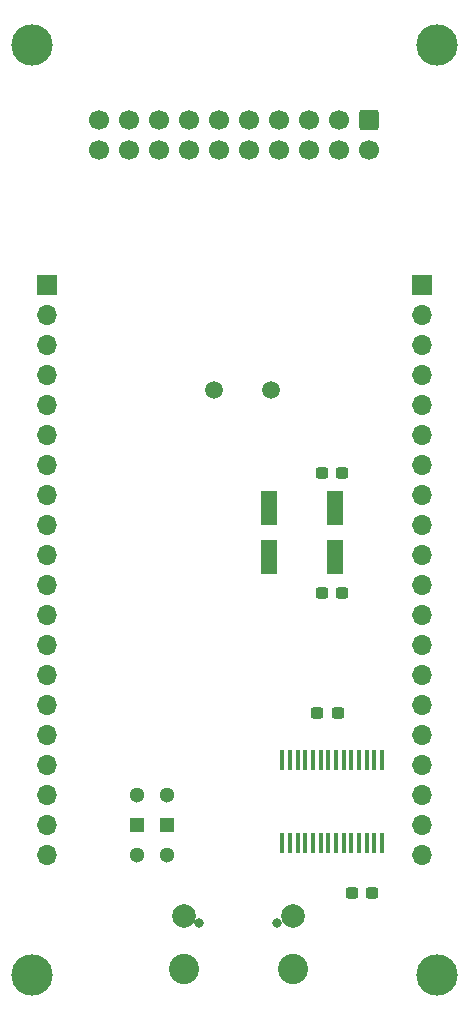
<source format=gbr>
%TF.GenerationSoftware,KiCad,Pcbnew,7.0.9*%
%TF.CreationDate,2023-12-16T19:18:52+09:00*%
%TF.ProjectId,STM32F405_dev_board,53544d33-3246-4343-9035-5f6465765f62,1.0.0*%
%TF.SameCoordinates,Original*%
%TF.FileFunction,Soldermask,Bot*%
%TF.FilePolarity,Negative*%
%FSLAX46Y46*%
G04 Gerber Fmt 4.6, Leading zero omitted, Abs format (unit mm)*
G04 Created by KiCad (PCBNEW 7.0.9) date 2023-12-16 19:18:52*
%MOMM*%
%LPD*%
G01*
G04 APERTURE LIST*
G04 Aperture macros list*
%AMRoundRect*
0 Rectangle with rounded corners*
0 $1 Rounding radius*
0 $2 $3 $4 $5 $6 $7 $8 $9 X,Y pos of 4 corners*
0 Add a 4 corners polygon primitive as box body*
4,1,4,$2,$3,$4,$5,$6,$7,$8,$9,$2,$3,0*
0 Add four circle primitives for the rounded corners*
1,1,$1+$1,$2,$3*
1,1,$1+$1,$4,$5*
1,1,$1+$1,$6,$7*
1,1,$1+$1,$8,$9*
0 Add four rect primitives between the rounded corners*
20,1,$1+$1,$2,$3,$4,$5,0*
20,1,$1+$1,$4,$5,$6,$7,0*
20,1,$1+$1,$6,$7,$8,$9,0*
20,1,$1+$1,$8,$9,$2,$3,0*%
G04 Aperture macros list end*
%ADD10R,1.300000X1.300000*%
%ADD11C,1.300000*%
%ADD12C,3.500000*%
%ADD13C,0.800000*%
%ADD14C,2.000000*%
%ADD15C,2.565000*%
%ADD16RoundRect,0.250000X-0.600000X0.600000X-0.600000X-0.600000X0.600000X-0.600000X0.600000X0.600000X0*%
%ADD17C,1.700000*%
%ADD18R,1.700000X1.700000*%
%ADD19O,1.700000X1.700000*%
%ADD20C,1.500000*%
%ADD21R,0.450000X1.725000*%
%ADD22RoundRect,0.237500X0.300000X0.237500X-0.300000X0.237500X-0.300000X-0.237500X0.300000X-0.237500X0*%
%ADD23RoundRect,0.237500X-0.300000X-0.237500X0.300000X-0.237500X0.300000X0.237500X-0.300000X0.237500X0*%
%ADD24R,1.430000X2.850000*%
G04 APERTURE END LIST*
D10*
%TO.C,S2*%
X137160000Y-126365000D03*
D11*
X137160000Y-128905000D03*
X137160000Y-123825000D03*
%TD*%
D12*
%TO.C,REF\u002A\u002A*%
X162560000Y-60270000D03*
%TD*%
D13*
%TO.C,J6*%
X142458000Y-134617000D03*
X149058000Y-134617000D03*
D14*
X141148000Y-134057000D03*
X150368000Y-134057000D03*
D15*
X141148000Y-138557000D03*
X150368000Y-138557000D03*
%TD*%
D12*
%TO.C,REF\u002A\u002A*%
X128285913Y-139053348D03*
%TD*%
%TO.C,REF\u002A\u002A*%
X128270000Y-60270000D03*
%TD*%
D16*
%TO.C,J1*%
X156845000Y-66675000D03*
D17*
X156845000Y-69215000D03*
X154305000Y-66675000D03*
X154305000Y-69215000D03*
X151765000Y-66675000D03*
X151765000Y-69215000D03*
X149225000Y-66675000D03*
X149225000Y-69215000D03*
X146685000Y-66675000D03*
X146685000Y-69215000D03*
X144145000Y-66675000D03*
X144145000Y-69215000D03*
X141605000Y-66675000D03*
X141605000Y-69215000D03*
X139065000Y-66675000D03*
X139065000Y-69215000D03*
X136525000Y-66675000D03*
X136525000Y-69215000D03*
X133985000Y-66675000D03*
X133985000Y-69215000D03*
%TD*%
D18*
%TO.C,J3*%
X161290000Y-80590000D03*
D19*
X161290000Y-83130000D03*
X161290000Y-85670000D03*
X161290000Y-88210000D03*
X161290000Y-90750000D03*
X161290000Y-93290000D03*
X161290000Y-95830000D03*
X161290000Y-98370000D03*
X161290000Y-100910000D03*
X161290000Y-103450000D03*
X161290000Y-105990000D03*
X161290000Y-108530000D03*
X161290000Y-111070000D03*
X161290000Y-113610000D03*
X161290000Y-116150000D03*
X161290000Y-118690000D03*
X161290000Y-121230000D03*
X161290000Y-123770000D03*
X161290000Y-126310000D03*
X161290000Y-128850000D03*
%TD*%
D12*
%TO.C,REF\u002A\u002A*%
X162560000Y-139010000D03*
%TD*%
D10*
%TO.C,S3*%
X139700000Y-126365000D03*
D11*
X139700000Y-128905000D03*
X139700000Y-123825000D03*
%TD*%
D20*
%TO.C,Y1*%
X148550000Y-89480000D03*
X143670000Y-89480000D03*
%TD*%
D18*
%TO.C,J2*%
X129540000Y-80590000D03*
D19*
X129540000Y-83130000D03*
X129540000Y-85670000D03*
X129540000Y-88210000D03*
X129540000Y-90750000D03*
X129540000Y-93290000D03*
X129540000Y-95830000D03*
X129540000Y-98370000D03*
X129540000Y-100910000D03*
X129540000Y-103450000D03*
X129540000Y-105990000D03*
X129540000Y-108530000D03*
X129540000Y-111070000D03*
X129540000Y-113610000D03*
X129540000Y-116150000D03*
X129540000Y-118690000D03*
X129540000Y-121230000D03*
X129540000Y-123770000D03*
X129540000Y-126310000D03*
X129540000Y-128850000D03*
%TD*%
D21*
%TO.C,IC2*%
X149478250Y-120865000D03*
X150128250Y-120865000D03*
X150778250Y-120865000D03*
X151428250Y-120865000D03*
X152078250Y-120865000D03*
X152728250Y-120865000D03*
X153378250Y-120865000D03*
X154028250Y-120865000D03*
X154678250Y-120865000D03*
X155328250Y-120865000D03*
X155978250Y-120865000D03*
X156628250Y-120865000D03*
X157278250Y-120865000D03*
X157928250Y-120865000D03*
X157928250Y-127889000D03*
X157278250Y-127889000D03*
X156628250Y-127889000D03*
X155978250Y-127889000D03*
X155328250Y-127889000D03*
X154678250Y-127889000D03*
X154028250Y-127889000D03*
X153378250Y-127889000D03*
X152728250Y-127889000D03*
X152078250Y-127889000D03*
X151428250Y-127889000D03*
X150778250Y-127889000D03*
X150128250Y-127889000D03*
X149478250Y-127889000D03*
%TD*%
D22*
%TO.C,C12*%
X154532500Y-106680000D03*
X152807500Y-106680000D03*
%TD*%
D23*
%TO.C,C5*%
X155347500Y-132080000D03*
X157072500Y-132080000D03*
%TD*%
D22*
%TO.C,C1*%
X154151500Y-116840000D03*
X152426500Y-116840000D03*
%TD*%
D24*
%TO.C,Y2*%
X148315000Y-99525000D03*
X153945000Y-99525000D03*
X153945000Y-103675000D03*
X148315000Y-103675000D03*
%TD*%
D22*
%TO.C,C11*%
X154532500Y-96520000D03*
X152807500Y-96520000D03*
%TD*%
M02*

</source>
